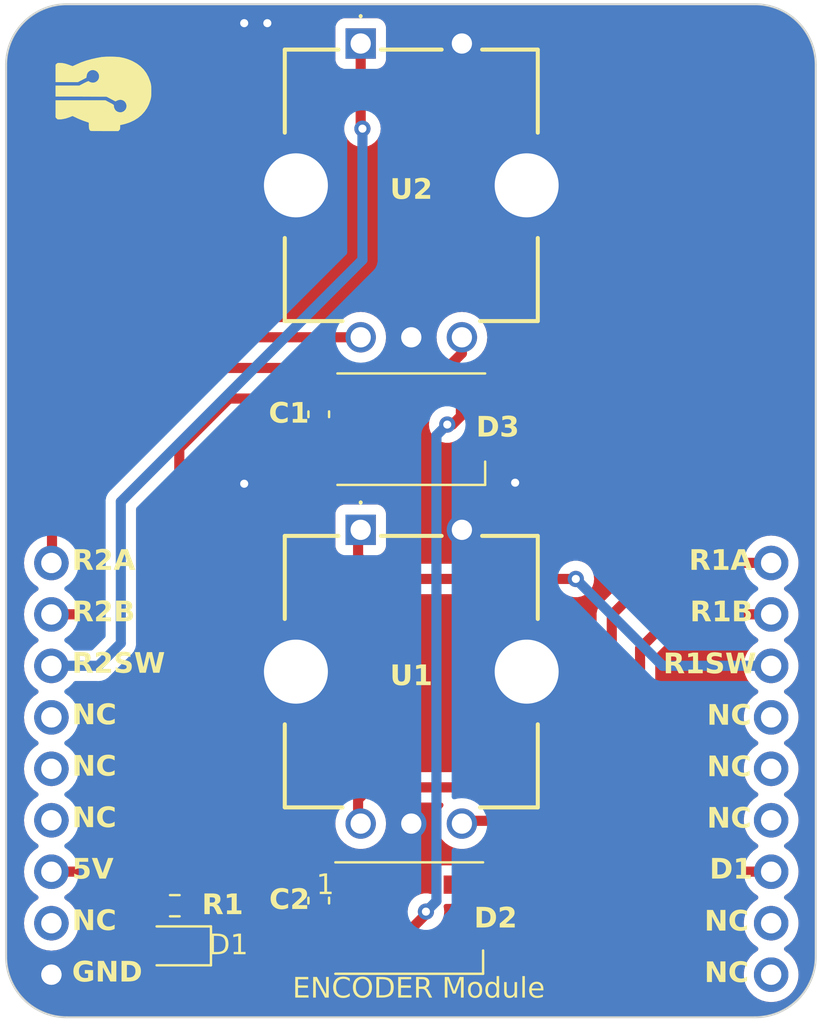
<source format=kicad_pcb>
(kicad_pcb (version 20240108) (generator "pcbnew") (generator_version "8.0")
  (layers (0 "F.Cu" signal) (31 "B.Cu" signal) (34 "B.Paste" user) (35 "F.Paste" user) (36 "B.SilkS" user "B.Silkscreen") (37 "F.SilkS" user "F.Silkscreen") (38 "B.Mask" user) (39 "F.Mask" user) (44 "Edge.Cuts" user))
  (net 0 "")
  (net 1 "+5V")
  (net 2 "GND")
  (net 3 "Net-(D1-A)")
  (net 4 "DIN")
  (net 5 "Net-(D2-DOUT)")
  (net 6 "ROT01_SW")
  (net 7 "ROT01_A")
  (net 8 "ROT01_B")
  (net 9 "ROT02_SW")
  (net 10 "ROT02_A")
  (net 11 "ROT02_B")
  (footprint "LED_SMD:LED_WS2812B_PLCC4_5.0x5.0mm_P3.2mm" (layer "F.Cu") (at 119.38 74.7776)
    (property "Reference" "D3" (at 4.2672 -0.0508 0) (layer "F.SilkS") (effects (font (thickness 0.2) (bold yes))))
    (property "Value" "WS2812B")
    (fp_line (start -3.65 -2.75) (end 3.65 -2.75) (stroke (width 0.12)) (layer "F.SilkS"))
    (fp_line (start -3.65 2.75) (end 3.65 2.75) (stroke (width 0.12)) (layer "F.SilkS"))
    (fp_line (start 3.65 2.75) (end 3.65 1.6) (stroke (width 0.12)) (layer "F.SilkS"))
    (pad "1" smd rect (at -2.45 -1.65) (size 1.5 0.9) (layers "F.Cu" "F.Paste" "F.Mask") (net 1 "+5V"))
    (pad "2" smd rect (at -2.45 1.65) (size 1.5 0.9) (layers "F.Cu" "F.Paste" "F.Mask"))
    (pad "3" smd rect (at 2.45 1.65) (size 1.5 0.9) (layers "F.Cu" "F.Paste" "F.Mask") (net 2 "GND"))
    (pad "4" smd rect (at 2.45 -1.65) (size 1.5 0.9) (layers "F.Cu" "F.Paste" "F.Mask") (net 5 "Net-(D2-DOUT)"))
  )
  (footprint "Capacitor_SMD:C_0603_1608Metric" (layer "F.Cu") (at 114.808 74.041 -90)
    (property "Reference" "C1" (at 0 1.4732 0) (layer "F.SilkS") (effects (font (thickness 0.15) (bold yes))))
    (property "Value" "1uF" (hide yes))
    (fp_line (start -0.14058 0.51) (end 0.14058 0.51) (stroke (width 0.12)) (layer "F.SilkS"))
    (fp_line (start -0.14058 -0.51) (end 0.14058 -0.51) (stroke (width 0.12)) (layer "F.SilkS"))
    (pad "1" smd roundrect (at -0.775 0 270) (size 0.9 0.95) (layers "F.Cu" "F.Paste" "F.Mask") (net 1 "+5V"))
    (pad "2" smd roundrect (at 0.775 0 270) (size 0.9 0.95) (layers "F.Cu" "F.Paste" "F.Mask") (net 2 "GND"))
  )
  (footprint "Capacitor_SMD:C_0603_1608Metric" (layer "F.Cu") (at 114.808 98.044 -90)
    (property "Reference" "C2" (at 0 1.4478 0) (layer "F.SilkS") (effects (font (thickness 0.15) (bold yes))))
    (property "Value" "1uF" (hide yes))
    (fp_line (start -0.14058 0.51) (end 0.14058 0.51) (stroke (width 0.12)) (layer "F.SilkS"))
    (fp_line (start -0.14058 -0.51) (end 0.14058 -0.51) (stroke (width 0.12)) (layer "F.SilkS"))
    (pad "1" smd roundrect (at -0.775 0 270) (size 0.9 0.95) (layers "F.Cu" "F.Paste" "F.Mask") (net 1 "+5V"))
    (pad "2" smd roundrect (at 0.775 0 270) (size 0.9 0.95) (layers "F.Cu" "F.Paste" "F.Mask") (net 2 "GND"))
  )
  (footprint "LED_SMD:LED_WS2812B_PLCC4_5.0x5.0mm_P3.2mm" (layer "F.Cu") (at 119.2784 98.9076)
    (property "Reference" "D2" (at 4.2672 0.0508 0) (layer "F.SilkS") (effects (font (thickness 0.16) (bold yes))))
    (property "Value" "WS2812B" (hide yes))
    (fp_line (start -3.65 -2.75) (end 3.65 -2.75) (stroke (width 0.12)) (layer "F.SilkS"))
    (fp_line (start -3.65 2.75) (end 3.65 2.75) (stroke (width 0.12)) (layer "F.SilkS"))
    (fp_line (start 3.65 2.75) (end 3.65 1.6) (stroke (width 0.12)) (layer "F.SilkS"))
    (fp_text user "1" (at -4.15 -1.6 0) (layer "F.SilkS"))
    (pad "1" smd rect (at -2.45 -1.65) (size 1.5 0.9) (layers "F.Cu" "F.Paste" "F.Mask") (net 1 "+5V"))
    (pad "2" smd rect (at -2.45 1.65) (size 1.5 0.9) (layers "F.Cu" "F.Paste" "F.Mask") (net 5 "Net-(D2-DOUT)"))
    (pad "3" smd rect (at 2.45 1.65) (size 1.5 0.9) (layers "F.Cu" "F.Paste" "F.Mask") (net 2 "GND"))
    (pad "4" smd rect (at 2.45 -1.65) (size 1.5 0.9) (layers "F.Cu" "F.Paste" "F.Mask") (net 4 "DIN"))
  )
  (footprint "air_module:air__module" (layer "F.Cu") (at 120.560246 97.862078)
    (property "Reference" "U4" (hide yes))
    (property "Value" "~" (hide yes))
    (fp_poly (pts (xy -15.919828 -41.46772) (xy -15.794819 -41.463456) (xy -15.682882 -41.456691) (xy -15.591248 -41.447486) (xy -15.55217 -41.441414) (xy -15.363715 -41.40026) (xy -15.193777 -41.349244) (xy -15.029815 -41.284285) (xy -14.93985 -41.242222) (xy -14.736255 -41.126802) (xy -14.557567 -40.992108) (xy -14.403364 -40.837626) (xy -14.273224 -40.662842) (xy -14.166726 -40.467242) (xy -14.083446 -40.250311) (xy -14.059967 -40.170215) (xy -14.047205 -40.118031) (xy -14.038092 -40.065675) (xy -14.032052 -40.00629) (xy -14.02851 -39.933017) (xy -14.026891 -39.838999) (xy -14.026606 -39.772365) (xy -14.026917 -39.66725) (xy -14.028625 -39.586371) (xy -14.032419 -39.52238) (xy -14.038985 -39.46793) (xy -14.049012 -39.415673) (xy -14.063188 -39.35826) (xy -14.066533 -39.345691) (xy -14.13996 -39.130254) (xy -14.239609 -38.931683) (xy -14.364393 -38.750964) (xy -14.513224 -38.589081) (xy -14.685014 -38.447019) (xy -14.878677 -38.325764) (xy -15.093124 -38.2263) (xy -15.327268 -38.149612) (xy -15.409781 -38.129217) (xy -15.563793 -38.094092) (xy -15.563793 -37.99215) (xy -15.565333 -37.934076) (xy -15.572265 -37.89642) (xy -15.588053 -37.868067) (xy -15.609966 -37.844035) (xy -15.656139 -37.797862) (xy -16.332634 -37.798343) (xy -16.5278 -37.79889) (xy -16.691434 -37.800233) (xy -16.823582 -37.802373) (xy -16.924293 -37.805312) (xy -16.993617 -37.80905) (xy -17.0316 -37.813588) (xy -17.038252 -37.815752) (xy -17.073951 -37.853432) (xy -17.097787 -37.918527) (xy -17.10999 -38.011855) (xy -17.111828 -38.077734) (xy -17.111853 -38.216457) (xy -17.311569 -38.284053) (xy -17.407859 -38.31896) (xy -17.51794 -38.362507) (xy -17.62752 -38.408865) (xy -17.713366 -38.44792) (xy -17.915448 -38.544191) (xy -18.059304 -38.485948) (xy -18.24851 -38.421691) (xy -18.429903 -38.385784) (xy -18.54646 -38.377194) (xy -18.606814 -38.376504) (xy -18.645195 -38.379939) (xy -18.671195 -38.390392) (xy -18.694409 -38.410756) (xy -18.708369 -38.426003) (xy -18.754589 -38.47759) (xy -18.754589 -38.895935) (xy -18.754589 -39.31428) (xy -17.521172 -39.31428) (xy -16.287756 -39.31428) (xy -16.078047 -39.2036) (xy -15.997086 -39.160442) (xy -15.940312 -39.128639) (xy -15.903739 -39.105257) (xy -15.88338 -39.087362) (xy -15.875249 -39.072019) (xy -15.875357 -39.056292) (xy -15.875659 -39.054631) (xy -15.874006 -39.001506) (xy -15.855482 -38.936678) (xy -15.824646 -38.871653) (xy -15.786056 -38.817939) (xy -15.779008 -38.810716) (xy -15.730473 -38.774545) (xy -15.67089 -38.744115) (xy -15.649045 -38.736298) (xy -15.555291 -38.722405) (xy -15.467628 -38.73589) (xy -15.389755 -38.772664) (xy -15.325372 -38.828637) (xy -15.278178 -38.899722) (xy -15.251873 -38.981829) (xy -15.250157 -39.070869) (xy -15.27232 -39.152663) (xy -15.322953 -39.237022) (xy -15.392016 -39.298225) (xy -15.474835 -39.334666) (xy -15.56674 -39.344738) (xy -15.663057 -39.326836) (xy -15.715298 -39.304952) (xy -15.796176 -39.264032) (xy -16.01565 -39.379983) (xy -16.235124 -39.495935) (xy -17.494856 -39.500249) (xy -18.754589 -39.504564) (xy -18.754589 -39.772731) (xy -18.754589 -40.040897) (xy -18.170354 -40.040897) (xy -17.586119 -40.040897) (xy -17.357886 -40.159521) (xy -17.259874 -40.209039) (xy -17.187081 -40.24264) (xy -17.14004 -40.260096) (xy -17.11929 -40.261182) (xy -17.118779 -40.26055) (xy -17.098615 -40.243692) (xy -17.060659 -40.22197) (xy -17.042721 -40.213356) (xy -16.95159 -40.187226) (xy -16.862926 -40.189098) (xy -16.780896 -40.215427) (xy -16.709666 -40.262667) (xy -16.653403 -40.327276) (xy -16.616274 -40.405706) (xy -16.602446 -40.494415) (xy -16.613045 -40.57888) (xy -16.650335 -40.665545) (xy -16.709446 -40.734865) (xy -16.784678 -40.783942) (xy -16.870333 -40.809879) (xy -16.960711 -40.809777) (xy -17.029165 -40.790454) (xy -17.11401 -40.740316) (xy -17.174446 -40.67059) (xy -17.21109 -40.580397) (xy -17.221784 -40.517411) (xy -17.230273 -40.433166) (xy -17.442491 -40.32391) (xy -17.654709 -40.214653) (xy -18.204649 -40.214653) (xy -18.754589 -40.214653) (xy -18.754589 -40.642361) (xy -18.754589 -41.070069) (xy -18.708416 -41.116242) (xy -18.681687 -41.140345) (xy -18.65529 -41.154171) (xy -18.619398 -41.160508) (xy -18.564182 -41.16214) (xy -18.546507 -41.16214) (xy -18.39938 -41.1515) (xy -18.248074 -41.119203) (xy -18.085153 -41.063641) (xy -18.0775 -41.060597) (xy -18.014393 -41.036218) (xy -17.960982 -41.017183) (xy -17.924941 -41.00615) (xy -17.915398 -41.004454) (xy -17.893578 -41.011115) (xy -17.849685 -41.029305) (xy -17.789856 -41.056335) (xy -17.720229 -41.089518) (xy -17.712008 -41.093539) (xy -17.488244 -41.191317) (xy -17.237896 -41.278642) (xy -16.964541 -41.354474) (xy -16.67175 -41.417776) (xy -16.48786 -41.449368) (xy -16.405958 -41.458533) (xy -16.300973 -41.464889) (xy -16.180136 -41.468498) (xy -16.050677 -41.469421)) (fill solid) (layer "F.SilkS"))
    (fp_poly (pts (xy -15.919828 -41.46772) (xy -15.794819 -41.463456) (xy -15.682882 -41.456691) (xy -15.591248 -41.447486) (xy -15.55217 -41.441414) (xy -15.363715 -41.40026) (xy -15.193777 -41.349244) (xy -15.029815 -41.284285) (xy -14.93985 -41.242222) (xy -14.736255 -41.126802) (xy -14.557567 -40.992108) (xy -14.403364 -40.837626) (xy -14.273224 -40.662842) (xy -14.166726 -40.467242) (xy -14.083446 -40.250311) (xy -14.059967 -40.170215) (xy -14.047205 -40.118031) (xy -14.038092 -40.065675) (xy -14.032052 -40.00629) (xy -14.02851 -39.933017) (xy -14.026891 -39.838999) (xy -14.026606 -39.772365) (xy -14.026917 -39.66725) (xy -14.028625 -39.586371) (xy -14.032419 -39.52238) (xy -14.038985 -39.46793) (xy -14.049012 -39.415673) (xy -14.063188 -39.35826) (xy -14.066533 -39.345691) (xy -14.13996 -39.130254) (xy -14.239609 -38.931683) (xy -14.364393 -38.750964) (xy -14.513224 -38.589081) (xy -14.685014 -38.447019) (xy -14.878677 -38.325764) (xy -15.093124 -38.2263) (xy -15.327268 -38.149612) (xy -15.409781 -38.129217) (xy -15.563793 -38.094092) (xy -15.563793 -37.99215) (xy -15.565333 -37.934076) (xy -15.572265 -37.89642) (xy -15.588053 -37.868067) (xy -15.609966 -37.844035) (xy -15.656139 -37.797862) (xy -16.332634 -37.798343) (xy -16.5278 -37.79889) (xy -16.691434 -37.800233) (xy -16.823582 -37.802373) (xy -16.924293 -37.805312) (xy -16.993617 -37.80905) (xy -17.0316 -37.813588) (xy -17.038252 -37.815752) (xy -17.073951 -37.853432) (xy -17.097787 -37.918527) (xy -17.10999 -38.011855) (xy -17.111828 -38.077734) (xy -17.111853 -38.216457) (xy -17.311569 -38.284053) (xy -17.407859 -38.31896) (xy -17.51794 -38.362507) (xy -17.62752 -38.408865) (xy -17.713366 -38.44792) (xy -17.915448 -38.544191) (xy -18.059304 -38.485948) (xy -18.24851 -38.421691) (xy -18.429903 -38.385784) (xy -18.54646 -38.377194) (xy -18.606814 -38.376504) (xy -18.645195 -38.379939) (xy -18.671195 -38.390392) (xy -18.694409 -38.410756) (xy -18.708369 -38.426003) (xy -18.754589 -38.47759) (xy -18.754589 -38.895935) (xy -18.754589 -39.31428) (xy -17.521172 -39.31428) (xy -16.287756 -39.31428) (xy -16.078047 -39.2036) (xy -15.997086 -39.160442) (xy -15.940312 -39.128639) (xy -15.903739 -39.105257) (xy -15.88338 -39.087362) (xy -15.875249 -39.072019) (xy -15.875357 -39.056292) (xy -15.875659 -39.054631) (xy -15.874006 -39.001506) (xy -15.855482 -38.936678) (xy -15.824646 -38.871653) (xy -15.786056 -38.817939) (xy -15.779008 -38.810716) (xy -15.730473 -38.774545) (xy -15.67089 -38.744115) (xy -15.649045 -38.736298) (xy -15.555291 -38.722405) (xy -15.467628 -38.73589) (xy -15.389755 -38.772664) (xy -15.325372 -38.828637) (xy -15.278178 -38.899722) (xy -15.251873 -38.981829) (xy -15.250157 -39.070869) (xy -15.27232 -39.152663) (xy -15.322953 -39.237022) (xy -15.392016 -39.298225) (xy -15.474835 -39.334666) (xy -15.56674 -39.344738) (xy -15.663057 -39.326836) (xy -15.715298 -39.304952) (xy -15.796176 -39.264032) (xy -16.01565 -39.379983) (xy -16.235124 -39.495935) (xy -17.494856 -39.500249) (xy -18.754589 -39.504564) (xy -18.754589 -39.772731) (xy -18.754589 -40.040897) (xy -18.170354 -40.040897) (xy -17.586119 -40.040897) (xy -17.357886 -40.159521) (xy -17.259874 -40.209039) (xy -17.187081 -40.24264) (xy -17.14004 -40.260096) (xy -17.11929 -40.261182) (xy -17.118779 -40.26055) (xy -17.098615 -40.243692) (xy -17.060659 -40.22197) (xy -17.042721 -40.213356) (xy -16.95159 -40.187226) (xy -16.862926 -40.189098) (xy -16.780896 -40.215427) (xy -16.709666 -40.262667) (xy -16.653403 -40.327276) (xy -16.616274 -40.405706) (xy -16.602446 -40.494415) (xy -16.613045 -40.57888) (xy -16.650335 -40.665545) (xy -16.709446 -40.734865) (xy -16.784678 -40.783942) (xy -16.870333 -40.809879) (xy -16.960711 -40.809777) (xy -17.029165 -40.790454) (xy -17.11401 -40.740316) (xy -17.174446 -40.67059) (xy -17.21109 -40.580397) (xy -17.221784 -40.517411) (xy -17.230273 -40.433166) (xy -17.442491 -40.32391) (xy -17.654709 -40.214653) (xy -18.204649 -40.214653) (xy -18.754589 -40.214653) (xy -18.754589 -40.642361) (xy -18.754589 -41.070069) (xy -18.708416 -41.116242) (xy -18.681687 -41.140345) (xy -18.65529 -41.154171) (xy -18.619398 -41.160508) (xy -18.564182 -41.16214) (xy -18.546507 -41.16214) (xy -18.39938 -41.1515) (xy -18.248074 -41.119203) (xy -18.085153 -41.063641) (xy -18.0775 -41.060597) (xy -18.014393 -41.036218) (xy -17.960982 -41.017183) (xy -17.924941 -41.00615) (xy -17.915398 -41.004454) (xy -17.893578 -41.011115) (xy -17.849685 -41.029305) (xy -17.789856 -41.056335) (xy -17.720229 -41.089518) (xy -17.712008 -41.093539) (xy -17.488244 -41.191317) (xy -17.237896 -41.278642) (xy -16.964541 -41.354474) (xy -16.67175 -41.417776) (xy -16.48786 -41.449368) (xy -16.405958 -41.458533) (xy -16.300973 -41.464889) (xy -16.180136 -41.468498) (xy -16.050677 -41.469421)) (fill solid) (layer "F.SilkS"))
    (fp_line (start -21.19868 2.94132) (end -21.19868 -41.05868) (stroke (width 0.1)) (layer "Edge.Cuts"))
    (fp_line (start -18.19868 -44.05868) (end 15.80132 -44.05868) (stroke (width 0.1)) (layer "Edge.Cuts"))
    (fp_line (start 15.80132 5.94132) (end -18.19868 5.94132) (stroke (width 0.1)) (layer "Edge.Cuts"))
    (fp_line (start 18.80132 -41.05868) (end 18.80132 2.94132) (stroke (width 0.1)) (layer "Edge.Cuts"))
    (fp_arc (start -21.19868 -41.05868) (mid -20.32 -43.18) (end -18.19868 -44.05868) (stroke (width 0.1)) (layer "Edge.Cuts"))
    (fp_arc (start -18.19868 5.94132) (mid -20.32 5.06264) (end -21.19868 2.94132) (stroke (width 0.1)) (layer "Edge.Cuts"))
    (fp_arc (start 15.80132 -44.05868) (mid 17.922626 -43.179986) (end 18.80132 -41.05868) (stroke (width 0.1)) (layer "Edge.Cuts"))
    (fp_arc (start 18.80132 2.94132) (mid 17.92264 5.06264) (end 15.80132 5.94132) (stroke (width 0.1)) (layer "Edge.Cuts"))
    (fp_text user "NC" (at -17.944246 -8.352478 0) (layer "F.SilkS") (effects (font (thickness 0.2) (bold yes)) (justify left bottom)))
    (fp_text user "R1B" (at 12.586554 -13.432478 0) (layer "F.SilkS") (effects (font (thickness 0.2) (bold yes)) (justify left bottom)))
    (fp_text user "NC" (at 13.424754 -3.247078 0) (layer "F.SilkS") (effects (font (thickness 0.2) (bold yes)) (justify left bottom)))
    (fp_text user "D1" (at 13.551754 -0.732478 0) (layer "F.SilkS") (effects (font (thickness 0.2) (bold yes)) (justify left bottom)))
    (fp_text user "R2SW" (at -17.944246 -10.892478 0) (layer "F.SilkS") (effects (font (thickness 0.2) (bold yes)) (justify left bottom)))
    (fp_text user "R2B" (at -17.944246 -13.432478 0) (layer "F.SilkS") (effects (font (thickness 0.2) (bold yes)) (justify left bottom)))
    (fp_text user "R1A" (at 12.535754 -15.972478 0) (layer "F.SilkS") (effects (font (thickness 0.2) (bold yes)) (justify left bottom)))
    (fp_text user "NC" (at 13.297754 1.832922 0) (layer "F.SilkS") (effects (font (thickness 0.2) (bold yes)) (justify left bottom)))
    (fp_text user "NC" (at -17.944246 1.807522 0) (layer "F.SilkS") (effects (font (thickness 0.2) (bold yes)) (justify left bottom)))
    (fp_text user "NC" (at 13.424754 -8.327078 0) (layer "F.SilkS") (effects (font (thickness 0.2) (bold yes)) (justify left bottom)))
    (fp_text user "R2A" (at -17.944246 -15.972478 0) (layer "F.SilkS") (effects (font (thickness 0.2) (bold yes)) (justify left bottom)))
    (fp_text user "R1SW" (at 11.265754 -10.867078 0) (layer "F.SilkS") (effects (font (thickness 0.2) (bold yes)) (justify left bottom)))
    (fp_text user "NC" (at -17.944246 -5.812478 0) (layer "F.SilkS") (effects (font (thickness 0.2) (bold yes)) (justify left bottom)))
    (fp_text user "NC" (at -17.944246 -8.352478 0) (layer "F.SilkS") (effects (font (thickness 0.2) (bold yes)) (justify left bottom)))
    (fp_text user "ENCODER Module" (at -7.05088 5.14112 0) (layer "F.SilkS") (effects (font (thickness 0.1)) (justify left bottom)))
    (fp_text user "NC" (at 13.297754 4.372922 0) (layer "F.SilkS") (effects (font (thickness 0.2) (bold yes)) (justify left bottom)))
    (fp_text user "NC" (at 13.424754 -5.787078 0) (layer "F.SilkS") (effects (font (thickness 0.2) (bold yes)) (justify left bottom)))
    (fp_text user "GND" (at -17.944246 4.347522 0) (layer "F.SilkS") (effects (font (thickness 0.2) (bold yes)) (justify left bottom)))
    (fp_text user "NC" (at -17.944246 -3.272478 0) (layer "F.SilkS") (effects (font (thickness 0.2) (bold yes)) (justify left bottom)))
    (fp_text user "5V" (at -17.944246 -0.732478 0) (layer "F.SilkS") (effects (font (thickness 0.2) (bold yes)) (justify left bottom)))
    (pad "1" thru_hole oval (at -18.960246 -16.480478) (size 1.7 1.7) (drill 1) (layers "*.Cu" "*.Mask") (net 10 "ROT02_A"))
    (pad "1" thru_hole oval (at -18.960246 -16.480478) (size 1.7 1.7) (drill 1) (layers "*.Cu" "*.Mask") (net 10 "ROT02_A"))
    (pad "2" thru_hole oval (at -18.960246 -13.940478) (size 1.7 1.7) (drill 1) (layers "*.Cu" "*.Mask") (net 11 "ROT02_B"))
    (pad "2" thru_hole oval (at -18.960246 -13.940478) (size 1.7 1.7) (drill 1) (layers "*.Cu" "*.Mask") (net 11 "ROT02_B"))
    (pad "3" thru_hole oval (at -18.960246 -11.400478) (size 1.7 1.7) (drill 1) (layers "*.Cu" "*.Mask") (net 9 "ROT02_SW"))
    (pad "3" thru_hole oval (at -18.960246 -11.400478) (size 1.7 1.7) (drill 1) (layers "*.Cu" "*.Mask") (net 9 "ROT02_SW"))
    (pad "4" thru_hole oval (at -18.960246 -8.860478) (size 1.7 1.7) (drill 1) (layers "*.Cu" "*.Mask"))
    (pad "4" thru_hole oval (at -18.960246 -8.860478) (size 1.7 1.7) (drill 1) (layers "*.Cu" "*.Mask"))
    (pad "5" thru_hole oval (at -18.960246 -6.320478) (size 1.7 1.7) (drill 1) (layers "*.Cu" "*.Mask"))
    (pad "5" thru_hole oval (at -18.960246 -6.320478) (size 1.7 1.7) (drill 1) (layers "*.Cu" "*.Mask"))
    (pad "6" thru_hole oval (at -18.960246 -3.780478) (size 1.7 1.7) (drill 1) (layers "*.Cu" "*.Mask"))
    (pad "6" thru_hole oval (at -18.960246 -3.780478) (size 1.7 1.7) (drill 1) (layers "*.Cu" "*.Mask"))
    (pad "7" thru_hole oval (at -18.960246 -1.240478) (size 1.7 1.7) (drill 1) (layers "*.Cu" "*.Mask") (net 1 "+5V"))
    (pad "7" thru_hole oval (at -18.960246 -1.240478) (size 1.7 1.7) (drill 1) (layers "*.Cu" "*.Mask") (net 1 "+5V"))
    (pad "8" thru_hole oval (at -18.960246 1.299522) (size 1.7 1.7) (drill 1) (layers "*.Cu" "*.Mask"))
    (pad "8" thru_hole oval (at -18.960246 1.299522) (size 1.7 1.7) (drill 1) (layers "*.Cu" "*.Mask"))
    (pad "9" thru_hole oval (at -18.960246 3.839522) (size 1.7 1.7) (drill 1) (layers "*.Cu" "*.Mask") (net 2 "GND"))
    (pad "9" thru_hole oval (at -18.960246 3.839522) (size 1.7 1.7) (drill 1) (layers "*.Cu" "*.Mask") (net 2 "GND"))
    (pad "10" thru_hole oval (at 16.599754 3.839522) (size 1.7 1.7) (drill 1) (layers "*.Cu" "*.Mask"))
    (pad "10" thru_hole oval (at 16.599754 3.839522) (size 1.7 1.7) (drill 1) (layers "*.Cu" "*.Mask"))
    (pad "11" thru_hole oval (at 16.599754 1.299522) (size 1.7 1.7) (drill 1) (layers "*.Cu" "*.Mask"))
    (pad "11" thru_hole oval (at 16.599754 1.299522) (size 1.7 1.7) (drill 1) (layers "*.Cu" "*.Mask"))
    (pad "12" thru_hole oval (at 16.599754 -1.240478) (size 1.7 1.7) (drill 1) (layers "*.Cu" "*.Mask") (net 4 "DIN"))
    (pad "12" thru_hole oval (at 16.599754 -1.240478) (size 1.7 1.7) (drill 1) (layers "*.Cu" "*.Mask") (net 4 "DIN"))
    (pad "13" thru_hole oval (at 16.599754 -3.780478) (size 1.7 1.7) (drill 1) (layers "*.Cu" "*.Mask"))
    (pad "13" thru_hole oval (at 16.599754 -3.780478) (size 1.7 1.7) (drill 1) (layers "*.Cu" "*.Mask"))
    (pad "14" thru_hole oval (at 16.599754 -6.320478) (size 1.7 1.7) (drill 1) (layers "*.Cu" "*.Mask"))
    (pad "14" thru_hole oval (at 16.599754 -6.320478) (size 1.7 1.7) (drill 1) (layers "*.Cu" "*.Mask"))
    (pad "15" thru_hole oval (at 16.599754 -8.860478) (size 1.7 1.7) (drill 1) (layers "*.Cu" "*.Mask"))
    (pad "15" thru_hole oval (at 16.599754 -8.860478) (size 1.7 1.7) (drill 1) (layers "*.Cu" "*.Mask"))
    (pad "16" thru_hole oval (at 16.599754 -11.400478) (size 1.7 1.7) (drill 1) (layers "*.Cu" "*.Mask") (net 6 "ROT01_SW"))
    (pad "16" thru_hole oval (at 16.599754 -11.400478) (size 1.7 1.7) (drill 1) (layers "*.Cu" "*.Mask") (net 6 "ROT01_SW"))
    (pad "17" thru_hole oval (at 16.599754 -13.940478) (size 1.7 1.7) (drill 1) (layers "*.Cu" "*.Mask") (net 8 "ROT01_B"))
    (pad "17" thru_hole oval (at 16.599754 -13.940478) (size 1.7 1.7) (drill 1) (layers "*.Cu" "*.Mask") (net 8 "ROT01_B"))
    (pad "18" thru_hole oval (at 16.599754 -16.480478) (size 1.7 1.7) (drill 1) (layers "*.Cu" "*.Mask") (net 7 "ROT01_A"))
    (pad "18" thru_hole oval (at 16.599754 -16.480478) (size 1.7 1.7) (drill 1) (layers "*.Cu" "*.Mask") (net 7 "ROT01_A"))
  )
  (footprint "encoder:PEC11R4215FS0024" (layer "F.Cu") (at 116.88 79.745)
    (property "Reference" "U1" (at 2.5 7.25 0) (layer "F.SilkS") (effects (font (thickness 0.15) (bold yes))))
    (property "Value" "ENC_01" (hide yes))
    (fp_line (start -3.75 0.3) (end -3.75 4.4) (stroke (width 0.2)) (layer "F.SilkS"))
    (fp_line (start -3.75 9.6) (end -3.75 13.7) (stroke (width 0.2)) (layer "F.SilkS"))
    (fp_line (start -3.75 13.7) (end -0.9 13.7) (stroke (width 0.2)) (layer "F.SilkS"))
    (fp_line (start -1.1 0.3) (end -3.75 0.3) (stroke (width 0.2)) (layer "F.SilkS"))
    (fp_line (start 0 -1.4) (end 0 -1.4) (stroke (width 0.1)) (layer "F.SilkS"))
    (fp_line (start 0 -1.3) (end 0 -1.3) (stroke (width 0.1)) (layer "F.SilkS"))
    (fp_line (start 4 0.3) (end 1 0.3) (stroke (width 0.2)) (layer "F.SilkS"))
    (fp_line (start 5.9 13.7) (end 8.75 13.7) (stroke (width 0.2)) (layer "F.SilkS"))
    (fp_line (start 8.75 0.3) (end 6 0.3) (stroke (width 0.2)) (layer "F.SilkS"))
    (fp_line (start 8.75 4.4) (end 8.75 0.3) (stroke (width 0.2)) (layer "F.SilkS"))
    (fp_line (start 8.75 13.7) (end 8.75 9.6) (stroke (width 0.2)) (layer "F.SilkS"))
    (fp_arc (start 0 -1.4) (mid 0.05 -1.35) (end 0 -1.3) (stroke (width 0.1)) (layer "F.SilkS"))
    (fp_arc (start 0 -1.3) (mid -0.05 -1.35) (end 0 -1.4) (stroke (width 0.1)) (layer "F.SilkS"))
    (pad "1" thru_hole rect (at 0 0) (size 1.5 1.5) (drill 1) (layers "*.Cu" "*.Mask") (net 6 "ROT01_SW"))
    (pad "2" thru_hole circle (at 5 0) (size 1.5 1.5) (drill 1) (layers "*.Cu" "*.Mask") (net 2 "GND"))
    (pad "A1" thru_hole circle (at 0 14.5) (size 1.5 1.5) (drill 1) (layers "*.Cu" "*.Mask") (net 7 "ROT01_A"))
    (pad "B1" thru_hole circle (at 5 14.5) (size 1.5 1.5) (drill 1) (layers "*.Cu" "*.Mask") (net 8 "ROT01_B"))
    (pad "C1" thru_hole circle (at 2.5 14.5) (size 1.5 1.5) (drill 1) (layers "*.Cu" "*.Mask") (net 2 "GND"))
    (pad "MH1" thru_hole circle (at -3.2 7) (size 4.74 4.74) (drill 3.16) (layers "*.Cu" "*.Mask") (net 2 "GND"))
    (pad "MH2" thru_hole circle (at 8.2 7) (size 4.74 4.74) (drill 3.16) (layers "*.Cu" "*.Mask") (net 2 "GND"))
  )
  (footprint "Resistor_SMD:R_0603_1608Metric" (layer "F.Cu") (at 107.696 98.298 180)
    (property "Reference" "R1" (at -2.3622 0 0) (layer "F.SilkS") (effects (font (thickness 0.15) (bold yes))))
    (property "Value" "470r" (hide yes))
    (fp_line (start -0.237258 0.5225) (end 0.237258 0.5225) (stroke (width 0.12)) (layer "F.SilkS"))
    (fp_line (start -0.237258 -0.5225) (end 0.237258 -0.5225) (stroke (width 0.12)) (layer "F.SilkS"))
    (pad "1" smd roundrect (at -0.825 0 180) (size 0.8 0.95) (layers "F.Cu" "F.Paste" "F.Mask") (net 1 "+5V"))
    (pad "2" smd roundrect (at 0.825 0 180) (size 0.8 0.95) (layers "F.Cu" "F.Paste" "F.Mask") (net 3 "Net-(D1-A)"))
  )
  (footprint "encoder:PEC11R4215FS0024" (layer "F.Cu") (at 116.88 55.742)
    (property "Reference" "U2" (at 2.5 7.25 0) (layer "F.SilkS") (effects (font (thickness 0.15) (bold yes))))
    (property "Value" "ENC_02" (hide yes))
    (fp_line (start -3.75 0.3) (end -3.75 4.4) (stroke (width 0.2)) (layer "F.SilkS"))
    (fp_line (start -3.75 9.6) (end -3.75 13.7) (stroke (width 0.2)) (layer "F.SilkS"))
    (fp_line (start -3.75 13.7) (end -0.9 13.7) (stroke (width 0.2)) (layer "F.SilkS"))
    (fp_line (start -1.1 0.3) (end -3.75 0.3) (stroke (width 0.2)) (layer "F.SilkS"))
    (fp_line (start 0 -1.4) (end 0 -1.4) (stroke (width 0.1)) (layer "F.SilkS"))
    (fp_line (start 0 -1.3) (end 0 -1.3) (stroke (width 0.1)) (layer "F.SilkS"))
    (fp_line (start 4 0.3) (end 1 0.3) (stroke (width 0.2)) (layer "F.SilkS"))
    (fp_line (start 5.9 13.7) (end 8.75 13.7) (stroke (width 0.2)) (layer "F.SilkS"))
    (fp_line (start 8.75 0.3) (end 6 0.3) (stroke (width 0.2)) (layer "F.SilkS"))
    (fp_line (start 8.75 4.4) (end 8.75 0.3) (stroke (width 0.2)) (layer "F.SilkS"))
    (fp_line (start 8.75 13.7) (end 8.75 9.6) (stroke (width 0.2)) (layer "F.SilkS"))
    (fp_arc (start 0 -1.4) (mid 0.05 -1.35) (end 0 -1.3) (stroke (width 0.1)) (layer "F.SilkS"))
    (fp_arc (start 0 -1.3) (mid -0.05 -1.35) (end 0 -1.4) (stroke (width 0.1)) (layer "F.SilkS"))
    (pad "1" thru_hole rect (at 0 0) (size 1.5 1.5) (drill 1) (layers "*.Cu" "*.Mask") (net 9 "ROT02_SW"))
    (pad "2" thru_hole circle (at 5 0) (size 1.5 1.5) (drill 1) (layers "*.Cu" "*.Mask") (net 2 "GND"))
    (pad "A1" thru_hole circle (at 0 14.5) (size 1.5 1.5) (drill 1) (layers "*.Cu" "*.Mask") (net 10 "ROT02_A"))
    (pad "B1" thru_hole circle (at 5 14.5) (size 1.5 1.5) (drill 1) (layers "*.Cu" "*.Mask") (net 11 "ROT02_B"))
    (pad "C1" thru_hole circle (at 2.5 14.5) (size 1.5 1.5) (drill 1) (layers "*.Cu" "*.Mask") (net 2 "GND"))
    (pad "MH1" thru_hole circle (at -3.2 7) (size 4.74 4.74) (drill 3.16) (layers "*.Cu" "*.Mask") (net 2 "GND"))
    (pad "MH2" thru_hole circle (at 8.2 7) (size 4.74 4.74) (drill 3.16) (layers "*.Cu" "*.Mask") (net 2 "GND"))
  )
  (footprint "LED_SMD:LED_0805_2012Metric" (layer "F.Cu") (at 107.7976 100.2792 180)
    (property "Reference" "D1" (at -2.54 0 0) (layer "F.SilkS"))
    (property "Value" "LED" (hide yes))
    (fp_line (start 1 -0.96) (end -1.685 -0.96) (stroke (width 0.12)) (layer "F.SilkS"))
    (fp_line (start -1.685 0.96) (end 1 0.96) (stroke (width 0.12)) (layer "F.SilkS"))
    (fp_line (start -1.685 -0.96) (end -1.685 0.96) (stroke (width 0.12)) (layer "F.SilkS"))
    (pad "1" smd roundrect (at -0.9375 0 180) (size 0.975 1.4) (layers "F.Cu" "F.Paste" "F.Mask") (net 2 "GND"))
    (pad "2" smd roundrect (at 0.9375 0 180) (size 0.975 1.4) (layers "F.Cu" "F.Paste" "F.Mask") (net 3 "Net-(D1-A)"))
  )
  (segment (start 114.808 97.269) (end 108.572 97.269) (width 0.5) (layer "F.Cu") (net 1))
  (segment (start 116.916 97.269) (end 116.93 97.283) (width 0.5) (layer "F.Cu") (net 1))
  (segment (start 107.918402 96.615402) (end 107.918402 75.723598) (width 0.5) (layer "F.Cu") (net 1))
  (segment (start 116.916 73.266) (end 116.93 73.28) (width 0.5) (layer "F.Cu") (net 1))
  (segment (start 114.808 97.269) (end 116.916 97.269) (width 0.5) (layer "F.Cu") (net 1))
  (segment (start 107.918402 75.723598) (end 110.376 73.266) (width 0.5) (layer "F.Cu") (net 1))
  (segment (start 114.808 73.266) (end 116.916 73.266) (width 0.5) (layer "F.Cu") (net 1))
  (segment (start 116.93 73.28) (end 116.803 73.28) (width 0.5) (layer "F.Cu") (net 1))
  (segment (start 108.572 97.269) (end 108.521 97.218) (width 0.5) (layer "F.Cu") (net 1))
  (segment (start 101.628634 96.615402) (end 107.918402 96.615402) (width 0.5) (layer "F.Cu") (net 1))
  (segment (start 108.521 98.298) (end 108.521 97.218) (width 0.5) (layer "F.Cu") (net 1))
  (segment (start 110.376 73.266) (end 114.808 73.266) (width 0.5) (layer "F.Cu") (net 1))
  (segment (start 107.918402 96.615402) (end 108.521 97.218) (width 0.5) (layer "F.Cu") (net 1))
  (via (at 111.125 77.47) (size 0.8) (drill 0.4) (layers "F.Cu" "B.Cu") (net 2))
  (via (at 112.268 54.737) (size 0.8) (drill 0.4) (layers "F.Cu" "B.Cu") (net 2))
  (via (at 111.125 54.737) (size 0.8) (drill 0.4) (layers "F.Cu" "B.Cu") (net 2))
  (via (at 124.5108 77.4192) (size 0.8) (drill 0.4) (layers "F.Cu" "B.Cu") (net 2))
  (segment (start 106.871 98.298) (end 106.871 100.1655) (width 0.5) (layer "F.Cu") (net 3))
  (segment (start 106.871 100.1655) (end 106.9085 100.203) (width 0.5) (layer "F.Cu") (net 3))
  (segment (start 133.635598 96.615402) (end 137.188634 96.615402) (width 0.5) (layer "F.Cu") (net 4))
  (segment (start 132.968 97.283) (end 133.635598 96.615402) (width 0.5) (layer "F.Cu") (net 4))
  (segment (start 121.83 97.283) (end 132.968 97.283) (width 0.5) (layer "F.Cu") (net 4))
  (segment (start 121.412 74.549) (end 121.83 74.131) (width 0.5) (layer "F.Cu") (net 5))
  (segment (start 118.238 100.583) (end 116.93 100.583) (width 0.5) (layer "F.Cu") (net 5))
  (segment (start 121.83 74.131) (end 121.83 73.1276) (width 0.5) (layer "F.Cu") (net 5))
  (segment (start 120.1039 98.7171) (end 118.238 100.583) (width 0.5) (layer "F.Cu") (net 5))
  (segment (start 120.1039 98.5901) (end 120.1039 98.7171) (width 0.5) (layer "F.Cu") (net 5))
  (segment (start 121.158 74.549) (end 121.412 74.549) (width 0.5) (layer "F.Cu") (net 5))
  (via (at 120.1039 98.5901) (size 0.8) (drill 0.4) (layers "F.Cu" "B.Cu") (net 5))
  (via (at 121.158 74.549) (size 0.8) (drill 0.4) (layers "F.Cu" "B.Cu") (net 5))
  (segment (start 120.1039 98.5901) (end 120.622962 98.071038) (width 0.5) (layer "B.Cu") (net 5))
  (segment (start 120.622962 75.084038) (end 121.158 74.549) (width 0.5) (layer "B.Cu") (net 5))
  (segment (start 120.622962 98.071038) (end 120.622962 75.084038) (width 0.5) (layer "B.Cu") (net 5))
  (segment (start 116.753 79.607) (end 116.753 81.066) (width 0.5) (layer "F.Cu") (net 6))
  (segment (start 116.753 81.066) (end 117.856 82.169) (width 0.5) (layer "F.Cu") (net 6))
  (segment (start 117.856 82.169) (end 127.508 82.169) (width 0.5) (layer "F.Cu") (net 6))
  (via (at 127.508 82.169) (size 0.8) (drill 0.4) (layers "F.Cu" "B.Cu") (net 6))
  (segment (start 131.794402 86.455402) (end 137.153802 86.455402) (width 0.5) (layer "B.Cu") (net 6))
  (segment (start 127.508 82.169) (end 131.794402 86.455402) (width 0.5) (layer "B.Cu") (net 6))
  (segment (start 137.153802 86.455402) (end 137.16 86.4616) (width 0.5) (layer "B.Cu") (net 6))
  (segment (start 116.753 94.107) (end 116.753 93.051) (width 0.5) (layer "F.Cu") (net 7))
  (segment (start 137.153802 81.375402) (end 137.16 81.3816) (width 0.5) (layer "F.Cu") (net 7))
  (segment (start 117.348 92.456) (end 127.889 92.456) (width 0.5) (layer "F.Cu") (net 7))
  (segment (start 129.286 83.947) (end 131.857598 81.375402) (width 0.5) (layer "F.Cu") (net 7))
  (segment (start 127.889 92.456) (end 129.286 91.059) (width 0.5) (layer "F.Cu") (net 7))
  (segment (start 129.286 91.059) (end 129.286 83.947) (width 0.5) (layer "F.Cu") (net 7))
  (segment (start 116.753 93.051) (end 117.348 92.456) (width 0.5) (layer "F.Cu") (net 7))
  (segment (start 131.857598 81.375402) (end 137.153802 81.375402) (width 0.5) (layer "F.Cu") (net 7))
  (segment (start 121.753 94.107) (end 129.159 94.107) (width 0.5) (layer "F.Cu") (net 8))
  (segment (start 130.683 85.598) (end 132.365598 83.915402) (width 0.5) (layer "F.Cu") (net 8))
  (segment (start 129.159 94.107) (end 130.683 92.583) (width 0.5) (layer "F.Cu") (net 8))
  (segment (start 130.683 92.583) (end 130.683 85.598) (width 0.5) (layer "F.Cu") (net 8))
  (segment (start 132.365598 83.915402) (end 137.153802 83.915402) (width 0.5) (layer "F.Cu") (net 8))
  (segment (start 137.153802 83.915402) (end 137.16 83.9216) (width 0.5) (layer "F.Cu") (net 8))
  (segment (start 116.88 59.857) (end 116.88 55.742) (width 0.5) (layer "F.Cu") (net 9))
  (segment (start 116.967 59.944) (end 116.88 59.857) (width 0.5) (layer "F.Cu") (net 9))
  (via (at 116.967 59.944) (size 0.8) (drill 0.4) (layers "F.Cu" "B.Cu") (net 9))
  (segment (start 105.029 78.359) (end 105.029 85.344) (width 0.5) (layer "B.Cu") (net 9))
  (segment (start 116.967 59.944) (end 116.967 66.421) (width 0.5) (layer "B.Cu") (net 9))
  (segment (start 103.917598 86.455402) (end 101.628634 86.455402) (width 0.5) (layer "B.Cu") (net 9))
  (segment (start 105.029 85.344) (end 103.917598 86.455402) (width 0.5) (layer "B.Cu") (net 9))
  (segment (start 116.967 66.421) (end 105.029 78.359) (width 0.5) (layer "B.Cu") (net 9))
  (segment (start 116.88 70.242) (end 107.812 70.242) (width 0.5) (layer "F.Cu") (net 10))
  (segment (start 107.812 70.242) (end 101.628634 76.425366) (width 0.5) (layer "F.Cu") (net 10))
  (segment (start 101.628634 76.425366) (end 101.628634 81.375402) (width 0.5) (layer "F.Cu") (net 10))
  (segment (start 103.505 83.3755) (end 102.965098 83.915402) (width 0.5) (layer "F.Cu") (net 11))
  (segment (start 121.88 71.033) (end 121.158 71.755) (width 0.5) (layer "F.Cu") (net 11))
  (segment (start 103.505 76.327) (end 103.505 83.3755) (width 0.5) (layer "F.Cu") (net 11))
  (segment (start 102.965098 83.915402) (end 101.628634 83.915402) (width 0.5) (layer "F.Cu") (net 11))
  (segment (start 121.88 70.242) (end 121.88 71.033) (width 0.5) (layer "F.Cu") (net 11))
  (segment (start 121.158 71.755) (end 108.077 71.755) (width 0.5) (layer "F.Cu") (net 11))
  (segment (start 108.077 71.755) (end 103.505 76.327) (width 0.5) (layer "F.Cu") (net 11))
  (zone (net 2) (net_name "GND") (layers "F&B.Cu") (connect_pads yes (clearance 0.5)) (min_thickness 0.25) (fill yes (thermal_gap 0.5) (thermal_bridge_width 0.5))
    (polygon (pts (xy 99.06 53.594) (xy 139.573 53.594) (xy 139.573 104.14) (xy 99.06 104.14)))
  )
)
</source>
